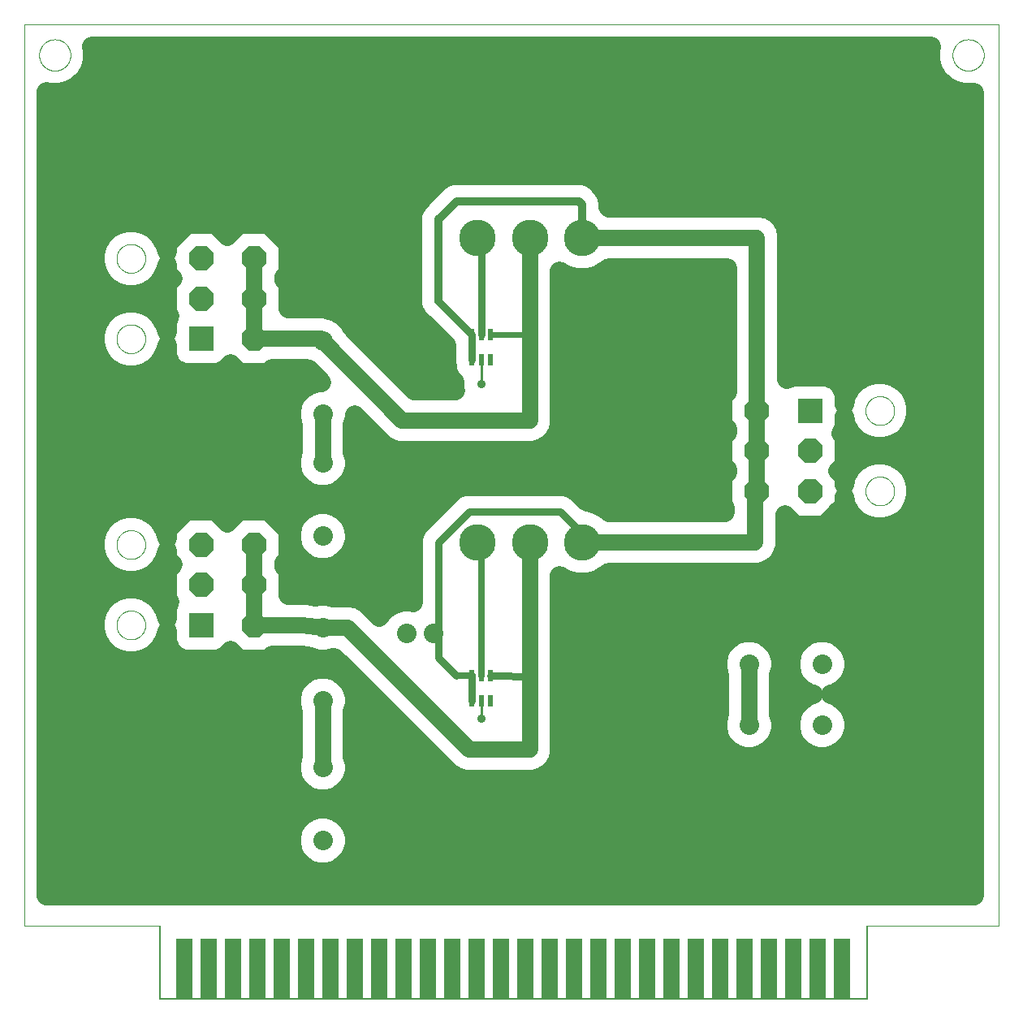
<source format=gtl>
G75*
%MOIN*%
%OFA0B0*%
%FSLAX25Y25*%
%IPPOS*%
%LPD*%
%AMOC8*
5,1,8,0,0,1.08239X$1,22.5*
%
%ADD10C,0.00000*%
%ADD11R,0.02165X0.04724*%
%ADD12C,0.15000*%
%ADD13R,0.06500X0.25000*%
%ADD14C,0.00500*%
%ADD15OC8,0.10000*%
%ADD16R,0.10000X0.10000*%
%ADD17C,0.08000*%
%ADD18C,0.03569*%
%ADD19C,0.01000*%
%ADD20C,0.06600*%
%ADD21C,0.03000*%
%ADD22C,0.02200*%
%ADD23C,0.02400*%
%ADD24C,0.03200*%
%ADD25C,0.02700*%
%ADD26C,0.08000*%
%ADD27C,0.02500*%
D10*
X0001000Y0035000D02*
X0056800Y0035000D01*
X0056800Y0033300D01*
X0001000Y0035000D02*
X0001000Y0405000D01*
X0401000Y0405000D01*
X0401000Y0042400D01*
X0401000Y0035100D01*
X0346900Y0035100D01*
X0401000Y0035000D02*
X0401000Y0035100D01*
X0346334Y0213500D02*
X0346336Y0213653D01*
X0346342Y0213807D01*
X0346352Y0213960D01*
X0346366Y0214112D01*
X0346384Y0214265D01*
X0346406Y0214416D01*
X0346431Y0214567D01*
X0346461Y0214718D01*
X0346495Y0214868D01*
X0346532Y0215016D01*
X0346573Y0215164D01*
X0346618Y0215310D01*
X0346667Y0215456D01*
X0346720Y0215600D01*
X0346776Y0215742D01*
X0346836Y0215883D01*
X0346900Y0216023D01*
X0346967Y0216161D01*
X0347038Y0216297D01*
X0347113Y0216431D01*
X0347190Y0216563D01*
X0347272Y0216693D01*
X0347356Y0216821D01*
X0347444Y0216947D01*
X0347535Y0217070D01*
X0347629Y0217191D01*
X0347727Y0217309D01*
X0347827Y0217425D01*
X0347931Y0217538D01*
X0348037Y0217649D01*
X0348146Y0217757D01*
X0348258Y0217862D01*
X0348372Y0217963D01*
X0348490Y0218062D01*
X0348609Y0218158D01*
X0348731Y0218251D01*
X0348856Y0218340D01*
X0348983Y0218427D01*
X0349112Y0218509D01*
X0349243Y0218589D01*
X0349376Y0218665D01*
X0349511Y0218738D01*
X0349648Y0218807D01*
X0349787Y0218872D01*
X0349927Y0218934D01*
X0350069Y0218992D01*
X0350212Y0219047D01*
X0350357Y0219098D01*
X0350503Y0219145D01*
X0350650Y0219188D01*
X0350798Y0219227D01*
X0350947Y0219263D01*
X0351097Y0219294D01*
X0351248Y0219322D01*
X0351399Y0219346D01*
X0351552Y0219366D01*
X0351704Y0219382D01*
X0351857Y0219394D01*
X0352010Y0219402D01*
X0352163Y0219406D01*
X0352317Y0219406D01*
X0352470Y0219402D01*
X0352623Y0219394D01*
X0352776Y0219382D01*
X0352928Y0219366D01*
X0353081Y0219346D01*
X0353232Y0219322D01*
X0353383Y0219294D01*
X0353533Y0219263D01*
X0353682Y0219227D01*
X0353830Y0219188D01*
X0353977Y0219145D01*
X0354123Y0219098D01*
X0354268Y0219047D01*
X0354411Y0218992D01*
X0354553Y0218934D01*
X0354693Y0218872D01*
X0354832Y0218807D01*
X0354969Y0218738D01*
X0355104Y0218665D01*
X0355237Y0218589D01*
X0355368Y0218509D01*
X0355497Y0218427D01*
X0355624Y0218340D01*
X0355749Y0218251D01*
X0355871Y0218158D01*
X0355990Y0218062D01*
X0356108Y0217963D01*
X0356222Y0217862D01*
X0356334Y0217757D01*
X0356443Y0217649D01*
X0356549Y0217538D01*
X0356653Y0217425D01*
X0356753Y0217309D01*
X0356851Y0217191D01*
X0356945Y0217070D01*
X0357036Y0216947D01*
X0357124Y0216821D01*
X0357208Y0216693D01*
X0357290Y0216563D01*
X0357367Y0216431D01*
X0357442Y0216297D01*
X0357513Y0216161D01*
X0357580Y0216023D01*
X0357644Y0215883D01*
X0357704Y0215742D01*
X0357760Y0215600D01*
X0357813Y0215456D01*
X0357862Y0215310D01*
X0357907Y0215164D01*
X0357948Y0215016D01*
X0357985Y0214868D01*
X0358019Y0214718D01*
X0358049Y0214567D01*
X0358074Y0214416D01*
X0358096Y0214265D01*
X0358114Y0214112D01*
X0358128Y0213960D01*
X0358138Y0213807D01*
X0358144Y0213653D01*
X0358146Y0213500D01*
X0358144Y0213347D01*
X0358138Y0213193D01*
X0358128Y0213040D01*
X0358114Y0212888D01*
X0358096Y0212735D01*
X0358074Y0212584D01*
X0358049Y0212433D01*
X0358019Y0212282D01*
X0357985Y0212132D01*
X0357948Y0211984D01*
X0357907Y0211836D01*
X0357862Y0211690D01*
X0357813Y0211544D01*
X0357760Y0211400D01*
X0357704Y0211258D01*
X0357644Y0211117D01*
X0357580Y0210977D01*
X0357513Y0210839D01*
X0357442Y0210703D01*
X0357367Y0210569D01*
X0357290Y0210437D01*
X0357208Y0210307D01*
X0357124Y0210179D01*
X0357036Y0210053D01*
X0356945Y0209930D01*
X0356851Y0209809D01*
X0356753Y0209691D01*
X0356653Y0209575D01*
X0356549Y0209462D01*
X0356443Y0209351D01*
X0356334Y0209243D01*
X0356222Y0209138D01*
X0356108Y0209037D01*
X0355990Y0208938D01*
X0355871Y0208842D01*
X0355749Y0208749D01*
X0355624Y0208660D01*
X0355497Y0208573D01*
X0355368Y0208491D01*
X0355237Y0208411D01*
X0355104Y0208335D01*
X0354969Y0208262D01*
X0354832Y0208193D01*
X0354693Y0208128D01*
X0354553Y0208066D01*
X0354411Y0208008D01*
X0354268Y0207953D01*
X0354123Y0207902D01*
X0353977Y0207855D01*
X0353830Y0207812D01*
X0353682Y0207773D01*
X0353533Y0207737D01*
X0353383Y0207706D01*
X0353232Y0207678D01*
X0353081Y0207654D01*
X0352928Y0207634D01*
X0352776Y0207618D01*
X0352623Y0207606D01*
X0352470Y0207598D01*
X0352317Y0207594D01*
X0352163Y0207594D01*
X0352010Y0207598D01*
X0351857Y0207606D01*
X0351704Y0207618D01*
X0351552Y0207634D01*
X0351399Y0207654D01*
X0351248Y0207678D01*
X0351097Y0207706D01*
X0350947Y0207737D01*
X0350798Y0207773D01*
X0350650Y0207812D01*
X0350503Y0207855D01*
X0350357Y0207902D01*
X0350212Y0207953D01*
X0350069Y0208008D01*
X0349927Y0208066D01*
X0349787Y0208128D01*
X0349648Y0208193D01*
X0349511Y0208262D01*
X0349376Y0208335D01*
X0349243Y0208411D01*
X0349112Y0208491D01*
X0348983Y0208573D01*
X0348856Y0208660D01*
X0348731Y0208749D01*
X0348609Y0208842D01*
X0348490Y0208938D01*
X0348372Y0209037D01*
X0348258Y0209138D01*
X0348146Y0209243D01*
X0348037Y0209351D01*
X0347931Y0209462D01*
X0347827Y0209575D01*
X0347727Y0209691D01*
X0347629Y0209809D01*
X0347535Y0209930D01*
X0347444Y0210053D01*
X0347356Y0210179D01*
X0347272Y0210307D01*
X0347190Y0210437D01*
X0347113Y0210569D01*
X0347038Y0210703D01*
X0346967Y0210839D01*
X0346900Y0210977D01*
X0346836Y0211117D01*
X0346776Y0211258D01*
X0346720Y0211400D01*
X0346667Y0211544D01*
X0346618Y0211690D01*
X0346573Y0211836D01*
X0346532Y0211984D01*
X0346495Y0212132D01*
X0346461Y0212282D01*
X0346431Y0212433D01*
X0346406Y0212584D01*
X0346384Y0212735D01*
X0346366Y0212888D01*
X0346352Y0213040D01*
X0346342Y0213193D01*
X0346336Y0213347D01*
X0346334Y0213500D01*
X0346334Y0246500D02*
X0346336Y0246653D01*
X0346342Y0246807D01*
X0346352Y0246960D01*
X0346366Y0247112D01*
X0346384Y0247265D01*
X0346406Y0247416D01*
X0346431Y0247567D01*
X0346461Y0247718D01*
X0346495Y0247868D01*
X0346532Y0248016D01*
X0346573Y0248164D01*
X0346618Y0248310D01*
X0346667Y0248456D01*
X0346720Y0248600D01*
X0346776Y0248742D01*
X0346836Y0248883D01*
X0346900Y0249023D01*
X0346967Y0249161D01*
X0347038Y0249297D01*
X0347113Y0249431D01*
X0347190Y0249563D01*
X0347272Y0249693D01*
X0347356Y0249821D01*
X0347444Y0249947D01*
X0347535Y0250070D01*
X0347629Y0250191D01*
X0347727Y0250309D01*
X0347827Y0250425D01*
X0347931Y0250538D01*
X0348037Y0250649D01*
X0348146Y0250757D01*
X0348258Y0250862D01*
X0348372Y0250963D01*
X0348490Y0251062D01*
X0348609Y0251158D01*
X0348731Y0251251D01*
X0348856Y0251340D01*
X0348983Y0251427D01*
X0349112Y0251509D01*
X0349243Y0251589D01*
X0349376Y0251665D01*
X0349511Y0251738D01*
X0349648Y0251807D01*
X0349787Y0251872D01*
X0349927Y0251934D01*
X0350069Y0251992D01*
X0350212Y0252047D01*
X0350357Y0252098D01*
X0350503Y0252145D01*
X0350650Y0252188D01*
X0350798Y0252227D01*
X0350947Y0252263D01*
X0351097Y0252294D01*
X0351248Y0252322D01*
X0351399Y0252346D01*
X0351552Y0252366D01*
X0351704Y0252382D01*
X0351857Y0252394D01*
X0352010Y0252402D01*
X0352163Y0252406D01*
X0352317Y0252406D01*
X0352470Y0252402D01*
X0352623Y0252394D01*
X0352776Y0252382D01*
X0352928Y0252366D01*
X0353081Y0252346D01*
X0353232Y0252322D01*
X0353383Y0252294D01*
X0353533Y0252263D01*
X0353682Y0252227D01*
X0353830Y0252188D01*
X0353977Y0252145D01*
X0354123Y0252098D01*
X0354268Y0252047D01*
X0354411Y0251992D01*
X0354553Y0251934D01*
X0354693Y0251872D01*
X0354832Y0251807D01*
X0354969Y0251738D01*
X0355104Y0251665D01*
X0355237Y0251589D01*
X0355368Y0251509D01*
X0355497Y0251427D01*
X0355624Y0251340D01*
X0355749Y0251251D01*
X0355871Y0251158D01*
X0355990Y0251062D01*
X0356108Y0250963D01*
X0356222Y0250862D01*
X0356334Y0250757D01*
X0356443Y0250649D01*
X0356549Y0250538D01*
X0356653Y0250425D01*
X0356753Y0250309D01*
X0356851Y0250191D01*
X0356945Y0250070D01*
X0357036Y0249947D01*
X0357124Y0249821D01*
X0357208Y0249693D01*
X0357290Y0249563D01*
X0357367Y0249431D01*
X0357442Y0249297D01*
X0357513Y0249161D01*
X0357580Y0249023D01*
X0357644Y0248883D01*
X0357704Y0248742D01*
X0357760Y0248600D01*
X0357813Y0248456D01*
X0357862Y0248310D01*
X0357907Y0248164D01*
X0357948Y0248016D01*
X0357985Y0247868D01*
X0358019Y0247718D01*
X0358049Y0247567D01*
X0358074Y0247416D01*
X0358096Y0247265D01*
X0358114Y0247112D01*
X0358128Y0246960D01*
X0358138Y0246807D01*
X0358144Y0246653D01*
X0358146Y0246500D01*
X0358144Y0246347D01*
X0358138Y0246193D01*
X0358128Y0246040D01*
X0358114Y0245888D01*
X0358096Y0245735D01*
X0358074Y0245584D01*
X0358049Y0245433D01*
X0358019Y0245282D01*
X0357985Y0245132D01*
X0357948Y0244984D01*
X0357907Y0244836D01*
X0357862Y0244690D01*
X0357813Y0244544D01*
X0357760Y0244400D01*
X0357704Y0244258D01*
X0357644Y0244117D01*
X0357580Y0243977D01*
X0357513Y0243839D01*
X0357442Y0243703D01*
X0357367Y0243569D01*
X0357290Y0243437D01*
X0357208Y0243307D01*
X0357124Y0243179D01*
X0357036Y0243053D01*
X0356945Y0242930D01*
X0356851Y0242809D01*
X0356753Y0242691D01*
X0356653Y0242575D01*
X0356549Y0242462D01*
X0356443Y0242351D01*
X0356334Y0242243D01*
X0356222Y0242138D01*
X0356108Y0242037D01*
X0355990Y0241938D01*
X0355871Y0241842D01*
X0355749Y0241749D01*
X0355624Y0241660D01*
X0355497Y0241573D01*
X0355368Y0241491D01*
X0355237Y0241411D01*
X0355104Y0241335D01*
X0354969Y0241262D01*
X0354832Y0241193D01*
X0354693Y0241128D01*
X0354553Y0241066D01*
X0354411Y0241008D01*
X0354268Y0240953D01*
X0354123Y0240902D01*
X0353977Y0240855D01*
X0353830Y0240812D01*
X0353682Y0240773D01*
X0353533Y0240737D01*
X0353383Y0240706D01*
X0353232Y0240678D01*
X0353081Y0240654D01*
X0352928Y0240634D01*
X0352776Y0240618D01*
X0352623Y0240606D01*
X0352470Y0240598D01*
X0352317Y0240594D01*
X0352163Y0240594D01*
X0352010Y0240598D01*
X0351857Y0240606D01*
X0351704Y0240618D01*
X0351552Y0240634D01*
X0351399Y0240654D01*
X0351248Y0240678D01*
X0351097Y0240706D01*
X0350947Y0240737D01*
X0350798Y0240773D01*
X0350650Y0240812D01*
X0350503Y0240855D01*
X0350357Y0240902D01*
X0350212Y0240953D01*
X0350069Y0241008D01*
X0349927Y0241066D01*
X0349787Y0241128D01*
X0349648Y0241193D01*
X0349511Y0241262D01*
X0349376Y0241335D01*
X0349243Y0241411D01*
X0349112Y0241491D01*
X0348983Y0241573D01*
X0348856Y0241660D01*
X0348731Y0241749D01*
X0348609Y0241842D01*
X0348490Y0241938D01*
X0348372Y0242037D01*
X0348258Y0242138D01*
X0348146Y0242243D01*
X0348037Y0242351D01*
X0347931Y0242462D01*
X0347827Y0242575D01*
X0347727Y0242691D01*
X0347629Y0242809D01*
X0347535Y0242930D01*
X0347444Y0243053D01*
X0347356Y0243179D01*
X0347272Y0243307D01*
X0347190Y0243437D01*
X0347113Y0243569D01*
X0347038Y0243703D01*
X0346967Y0243839D01*
X0346900Y0243977D01*
X0346836Y0244117D01*
X0346776Y0244258D01*
X0346720Y0244400D01*
X0346667Y0244544D01*
X0346618Y0244690D01*
X0346573Y0244836D01*
X0346532Y0244984D01*
X0346495Y0245132D01*
X0346461Y0245282D01*
X0346431Y0245433D01*
X0346406Y0245584D01*
X0346384Y0245735D01*
X0346366Y0245888D01*
X0346352Y0246040D01*
X0346342Y0246193D01*
X0346336Y0246347D01*
X0346334Y0246500D01*
X0382075Y0392500D02*
X0382077Y0392660D01*
X0382083Y0392820D01*
X0382093Y0392980D01*
X0382107Y0393140D01*
X0382125Y0393299D01*
X0382147Y0393458D01*
X0382173Y0393616D01*
X0382202Y0393773D01*
X0382236Y0393930D01*
X0382274Y0394085D01*
X0382315Y0394240D01*
X0382360Y0394394D01*
X0382410Y0394546D01*
X0382462Y0394697D01*
X0382519Y0394847D01*
X0382580Y0394996D01*
X0382644Y0395143D01*
X0382711Y0395288D01*
X0382783Y0395431D01*
X0382857Y0395573D01*
X0382936Y0395713D01*
X0383018Y0395850D01*
X0383103Y0395986D01*
X0383191Y0396119D01*
X0383283Y0396251D01*
X0383378Y0396379D01*
X0383477Y0396506D01*
X0383578Y0396630D01*
X0383683Y0396751D01*
X0383790Y0396870D01*
X0383901Y0396986D01*
X0384014Y0397099D01*
X0384130Y0397210D01*
X0384249Y0397317D01*
X0384370Y0397422D01*
X0384494Y0397523D01*
X0384621Y0397622D01*
X0384749Y0397717D01*
X0384881Y0397809D01*
X0385014Y0397897D01*
X0385150Y0397982D01*
X0385288Y0398064D01*
X0385427Y0398143D01*
X0385569Y0398217D01*
X0385712Y0398289D01*
X0385857Y0398356D01*
X0386004Y0398420D01*
X0386153Y0398481D01*
X0386303Y0398538D01*
X0386454Y0398590D01*
X0386606Y0398640D01*
X0386760Y0398685D01*
X0386915Y0398726D01*
X0387070Y0398764D01*
X0387227Y0398798D01*
X0387384Y0398827D01*
X0387542Y0398853D01*
X0387701Y0398875D01*
X0387860Y0398893D01*
X0388020Y0398907D01*
X0388180Y0398917D01*
X0388340Y0398923D01*
X0388500Y0398925D01*
X0388660Y0398923D01*
X0388820Y0398917D01*
X0388980Y0398907D01*
X0389140Y0398893D01*
X0389299Y0398875D01*
X0389458Y0398853D01*
X0389616Y0398827D01*
X0389773Y0398798D01*
X0389930Y0398764D01*
X0390085Y0398726D01*
X0390240Y0398685D01*
X0390394Y0398640D01*
X0390546Y0398590D01*
X0390697Y0398538D01*
X0390847Y0398481D01*
X0390996Y0398420D01*
X0391143Y0398356D01*
X0391288Y0398289D01*
X0391431Y0398217D01*
X0391573Y0398143D01*
X0391713Y0398064D01*
X0391850Y0397982D01*
X0391986Y0397897D01*
X0392119Y0397809D01*
X0392251Y0397717D01*
X0392379Y0397622D01*
X0392506Y0397523D01*
X0392630Y0397422D01*
X0392751Y0397317D01*
X0392870Y0397210D01*
X0392986Y0397099D01*
X0393099Y0396986D01*
X0393210Y0396870D01*
X0393317Y0396751D01*
X0393422Y0396630D01*
X0393523Y0396506D01*
X0393622Y0396379D01*
X0393717Y0396251D01*
X0393809Y0396119D01*
X0393897Y0395986D01*
X0393982Y0395850D01*
X0394064Y0395712D01*
X0394143Y0395573D01*
X0394217Y0395431D01*
X0394289Y0395288D01*
X0394356Y0395143D01*
X0394420Y0394996D01*
X0394481Y0394847D01*
X0394538Y0394697D01*
X0394590Y0394546D01*
X0394640Y0394394D01*
X0394685Y0394240D01*
X0394726Y0394085D01*
X0394764Y0393930D01*
X0394798Y0393773D01*
X0394827Y0393616D01*
X0394853Y0393458D01*
X0394875Y0393299D01*
X0394893Y0393140D01*
X0394907Y0392980D01*
X0394917Y0392820D01*
X0394923Y0392660D01*
X0394925Y0392500D01*
X0394923Y0392340D01*
X0394917Y0392180D01*
X0394907Y0392020D01*
X0394893Y0391860D01*
X0394875Y0391701D01*
X0394853Y0391542D01*
X0394827Y0391384D01*
X0394798Y0391227D01*
X0394764Y0391070D01*
X0394726Y0390915D01*
X0394685Y0390760D01*
X0394640Y0390606D01*
X0394590Y0390454D01*
X0394538Y0390303D01*
X0394481Y0390153D01*
X0394420Y0390004D01*
X0394356Y0389857D01*
X0394289Y0389712D01*
X0394217Y0389569D01*
X0394143Y0389427D01*
X0394064Y0389287D01*
X0393982Y0389150D01*
X0393897Y0389014D01*
X0393809Y0388881D01*
X0393717Y0388749D01*
X0393622Y0388621D01*
X0393523Y0388494D01*
X0393422Y0388370D01*
X0393317Y0388249D01*
X0393210Y0388130D01*
X0393099Y0388014D01*
X0392986Y0387901D01*
X0392870Y0387790D01*
X0392751Y0387683D01*
X0392630Y0387578D01*
X0392506Y0387477D01*
X0392379Y0387378D01*
X0392251Y0387283D01*
X0392119Y0387191D01*
X0391986Y0387103D01*
X0391850Y0387018D01*
X0391712Y0386936D01*
X0391573Y0386857D01*
X0391431Y0386783D01*
X0391288Y0386711D01*
X0391143Y0386644D01*
X0390996Y0386580D01*
X0390847Y0386519D01*
X0390697Y0386462D01*
X0390546Y0386410D01*
X0390394Y0386360D01*
X0390240Y0386315D01*
X0390085Y0386274D01*
X0389930Y0386236D01*
X0389773Y0386202D01*
X0389616Y0386173D01*
X0389458Y0386147D01*
X0389299Y0386125D01*
X0389140Y0386107D01*
X0388980Y0386093D01*
X0388820Y0386083D01*
X0388660Y0386077D01*
X0388500Y0386075D01*
X0388340Y0386077D01*
X0388180Y0386083D01*
X0388020Y0386093D01*
X0387860Y0386107D01*
X0387701Y0386125D01*
X0387542Y0386147D01*
X0387384Y0386173D01*
X0387227Y0386202D01*
X0387070Y0386236D01*
X0386915Y0386274D01*
X0386760Y0386315D01*
X0386606Y0386360D01*
X0386454Y0386410D01*
X0386303Y0386462D01*
X0386153Y0386519D01*
X0386004Y0386580D01*
X0385857Y0386644D01*
X0385712Y0386711D01*
X0385569Y0386783D01*
X0385427Y0386857D01*
X0385287Y0386936D01*
X0385150Y0387018D01*
X0385014Y0387103D01*
X0384881Y0387191D01*
X0384749Y0387283D01*
X0384621Y0387378D01*
X0384494Y0387477D01*
X0384370Y0387578D01*
X0384249Y0387683D01*
X0384130Y0387790D01*
X0384014Y0387901D01*
X0383901Y0388014D01*
X0383790Y0388130D01*
X0383683Y0388249D01*
X0383578Y0388370D01*
X0383477Y0388494D01*
X0383378Y0388621D01*
X0383283Y0388749D01*
X0383191Y0388881D01*
X0383103Y0389014D01*
X0383018Y0389150D01*
X0382936Y0389288D01*
X0382857Y0389427D01*
X0382783Y0389569D01*
X0382711Y0389712D01*
X0382644Y0389857D01*
X0382580Y0390004D01*
X0382519Y0390153D01*
X0382462Y0390303D01*
X0382410Y0390454D01*
X0382360Y0390606D01*
X0382315Y0390760D01*
X0382274Y0390915D01*
X0382236Y0391070D01*
X0382202Y0391227D01*
X0382173Y0391384D01*
X0382147Y0391542D01*
X0382125Y0391701D01*
X0382107Y0391860D01*
X0382093Y0392020D01*
X0382083Y0392180D01*
X0382077Y0392340D01*
X0382075Y0392500D01*
X0038854Y0309000D02*
X0038856Y0309153D01*
X0038862Y0309307D01*
X0038872Y0309460D01*
X0038886Y0309612D01*
X0038904Y0309765D01*
X0038926Y0309916D01*
X0038951Y0310067D01*
X0038981Y0310218D01*
X0039015Y0310368D01*
X0039052Y0310516D01*
X0039093Y0310664D01*
X0039138Y0310810D01*
X0039187Y0310956D01*
X0039240Y0311100D01*
X0039296Y0311242D01*
X0039356Y0311383D01*
X0039420Y0311523D01*
X0039487Y0311661D01*
X0039558Y0311797D01*
X0039633Y0311931D01*
X0039710Y0312063D01*
X0039792Y0312193D01*
X0039876Y0312321D01*
X0039964Y0312447D01*
X0040055Y0312570D01*
X0040149Y0312691D01*
X0040247Y0312809D01*
X0040347Y0312925D01*
X0040451Y0313038D01*
X0040557Y0313149D01*
X0040666Y0313257D01*
X0040778Y0313362D01*
X0040892Y0313463D01*
X0041010Y0313562D01*
X0041129Y0313658D01*
X0041251Y0313751D01*
X0041376Y0313840D01*
X0041503Y0313927D01*
X0041632Y0314009D01*
X0041763Y0314089D01*
X0041896Y0314165D01*
X0042031Y0314238D01*
X0042168Y0314307D01*
X0042307Y0314372D01*
X0042447Y0314434D01*
X0042589Y0314492D01*
X0042732Y0314547D01*
X0042877Y0314598D01*
X0043023Y0314645D01*
X0043170Y0314688D01*
X0043318Y0314727D01*
X0043467Y0314763D01*
X0043617Y0314794D01*
X0043768Y0314822D01*
X0043919Y0314846D01*
X0044072Y0314866D01*
X0044224Y0314882D01*
X0044377Y0314894D01*
X0044530Y0314902D01*
X0044683Y0314906D01*
X0044837Y0314906D01*
X0044990Y0314902D01*
X0045143Y0314894D01*
X0045296Y0314882D01*
X0045448Y0314866D01*
X0045601Y0314846D01*
X0045752Y0314822D01*
X0045903Y0314794D01*
X0046053Y0314763D01*
X0046202Y0314727D01*
X0046350Y0314688D01*
X0046497Y0314645D01*
X0046643Y0314598D01*
X0046788Y0314547D01*
X0046931Y0314492D01*
X0047073Y0314434D01*
X0047213Y0314372D01*
X0047352Y0314307D01*
X0047489Y0314238D01*
X0047624Y0314165D01*
X0047757Y0314089D01*
X0047888Y0314009D01*
X0048017Y0313927D01*
X0048144Y0313840D01*
X0048269Y0313751D01*
X0048391Y0313658D01*
X0048510Y0313562D01*
X0048628Y0313463D01*
X0048742Y0313362D01*
X0048854Y0313257D01*
X0048963Y0313149D01*
X0049069Y0313038D01*
X0049173Y0312925D01*
X0049273Y0312809D01*
X0049371Y0312691D01*
X0049465Y0312570D01*
X0049556Y0312447D01*
X0049644Y0312321D01*
X0049728Y0312193D01*
X0049810Y0312063D01*
X0049887Y0311931D01*
X0049962Y0311797D01*
X0050033Y0311661D01*
X0050100Y0311523D01*
X0050164Y0311383D01*
X0050224Y0311242D01*
X0050280Y0311100D01*
X0050333Y0310956D01*
X0050382Y0310810D01*
X0050427Y0310664D01*
X0050468Y0310516D01*
X0050505Y0310368D01*
X0050539Y0310218D01*
X0050569Y0310067D01*
X0050594Y0309916D01*
X0050616Y0309765D01*
X0050634Y0309612D01*
X0050648Y0309460D01*
X0050658Y0309307D01*
X0050664Y0309153D01*
X0050666Y0309000D01*
X0050664Y0308847D01*
X0050658Y0308693D01*
X0050648Y0308540D01*
X0050634Y0308388D01*
X0050616Y0308235D01*
X0050594Y0308084D01*
X0050569Y0307933D01*
X0050539Y0307782D01*
X0050505Y0307632D01*
X0050468Y0307484D01*
X0050427Y0307336D01*
X0050382Y0307190D01*
X0050333Y0307044D01*
X0050280Y0306900D01*
X0050224Y0306758D01*
X0050164Y0306617D01*
X0050100Y0306477D01*
X0050033Y0306339D01*
X0049962Y0306203D01*
X0049887Y0306069D01*
X0049810Y0305937D01*
X0049728Y0305807D01*
X0049644Y0305679D01*
X0049556Y0305553D01*
X0049465Y0305430D01*
X0049371Y0305309D01*
X0049273Y0305191D01*
X0049173Y0305075D01*
X0049069Y0304962D01*
X0048963Y0304851D01*
X0048854Y0304743D01*
X0048742Y0304638D01*
X0048628Y0304537D01*
X0048510Y0304438D01*
X0048391Y0304342D01*
X0048269Y0304249D01*
X0048144Y0304160D01*
X0048017Y0304073D01*
X0047888Y0303991D01*
X0047757Y0303911D01*
X0047624Y0303835D01*
X0047489Y0303762D01*
X0047352Y0303693D01*
X0047213Y0303628D01*
X0047073Y0303566D01*
X0046931Y0303508D01*
X0046788Y0303453D01*
X0046643Y0303402D01*
X0046497Y0303355D01*
X0046350Y0303312D01*
X0046202Y0303273D01*
X0046053Y0303237D01*
X0045903Y0303206D01*
X0045752Y0303178D01*
X0045601Y0303154D01*
X0045448Y0303134D01*
X0045296Y0303118D01*
X0045143Y0303106D01*
X0044990Y0303098D01*
X0044837Y0303094D01*
X0044683Y0303094D01*
X0044530Y0303098D01*
X0044377Y0303106D01*
X0044224Y0303118D01*
X0044072Y0303134D01*
X0043919Y0303154D01*
X0043768Y0303178D01*
X0043617Y0303206D01*
X0043467Y0303237D01*
X0043318Y0303273D01*
X0043170Y0303312D01*
X0043023Y0303355D01*
X0042877Y0303402D01*
X0042732Y0303453D01*
X0042589Y0303508D01*
X0042447Y0303566D01*
X0042307Y0303628D01*
X0042168Y0303693D01*
X0042031Y0303762D01*
X0041896Y0303835D01*
X0041763Y0303911D01*
X0041632Y0303991D01*
X0041503Y0304073D01*
X0041376Y0304160D01*
X0041251Y0304249D01*
X0041129Y0304342D01*
X0041010Y0304438D01*
X0040892Y0304537D01*
X0040778Y0304638D01*
X0040666Y0304743D01*
X0040557Y0304851D01*
X0040451Y0304962D01*
X0040347Y0305075D01*
X0040247Y0305191D01*
X0040149Y0305309D01*
X0040055Y0305430D01*
X0039964Y0305553D01*
X0039876Y0305679D01*
X0039792Y0305807D01*
X0039710Y0305937D01*
X0039633Y0306069D01*
X0039558Y0306203D01*
X0039487Y0306339D01*
X0039420Y0306477D01*
X0039356Y0306617D01*
X0039296Y0306758D01*
X0039240Y0306900D01*
X0039187Y0307044D01*
X0039138Y0307190D01*
X0039093Y0307336D01*
X0039052Y0307484D01*
X0039015Y0307632D01*
X0038981Y0307782D01*
X0038951Y0307933D01*
X0038926Y0308084D01*
X0038904Y0308235D01*
X0038886Y0308388D01*
X0038872Y0308540D01*
X0038862Y0308693D01*
X0038856Y0308847D01*
X0038854Y0309000D01*
X0038854Y0276000D02*
X0038856Y0276153D01*
X0038862Y0276307D01*
X0038872Y0276460D01*
X0038886Y0276612D01*
X0038904Y0276765D01*
X0038926Y0276916D01*
X0038951Y0277067D01*
X0038981Y0277218D01*
X0039015Y0277368D01*
X0039052Y0277516D01*
X0039093Y0277664D01*
X0039138Y0277810D01*
X0039187Y0277956D01*
X0039240Y0278100D01*
X0039296Y0278242D01*
X0039356Y0278383D01*
X0039420Y0278523D01*
X0039487Y0278661D01*
X0039558Y0278797D01*
X0039633Y0278931D01*
X0039710Y0279063D01*
X0039792Y0279193D01*
X0039876Y0279321D01*
X0039964Y0279447D01*
X0040055Y0279570D01*
X0040149Y0279691D01*
X0040247Y0279809D01*
X0040347Y0279925D01*
X0040451Y0280038D01*
X0040557Y0280149D01*
X0040666Y0280257D01*
X0040778Y0280362D01*
X0040892Y0280463D01*
X0041010Y0280562D01*
X0041129Y0280658D01*
X0041251Y0280751D01*
X0041376Y0280840D01*
X0041503Y0280927D01*
X0041632Y0281009D01*
X0041763Y0281089D01*
X0041896Y0281165D01*
X0042031Y0281238D01*
X0042168Y0281307D01*
X0042307Y0281372D01*
X0042447Y0281434D01*
X0042589Y0281492D01*
X0042732Y0281547D01*
X0042877Y0281598D01*
X0043023Y0281645D01*
X0043170Y0281688D01*
X0043318Y0281727D01*
X0043467Y0281763D01*
X0043617Y0281794D01*
X0043768Y0281822D01*
X0043919Y0281846D01*
X0044072Y0281866D01*
X0044224Y0281882D01*
X0044377Y0281894D01*
X0044530Y0281902D01*
X0044683Y0281906D01*
X0044837Y0281906D01*
X0044990Y0281902D01*
X0045143Y0281894D01*
X0045296Y0281882D01*
X0045448Y0281866D01*
X0045601Y0281846D01*
X0045752Y0281822D01*
X0045903Y0281794D01*
X0046053Y0281763D01*
X0046202Y0281727D01*
X0046350Y0281688D01*
X0046497Y0281645D01*
X0046643Y0281598D01*
X0046788Y0281547D01*
X0046931Y0281492D01*
X0047073Y0281434D01*
X0047213Y0281372D01*
X0047352Y0281307D01*
X0047489Y0281238D01*
X0047624Y0281165D01*
X0047757Y0281089D01*
X0047888Y0281009D01*
X0048017Y0280927D01*
X0048144Y0280840D01*
X0048269Y0280751D01*
X0048391Y0280658D01*
X0048510Y0280562D01*
X0048628Y0280463D01*
X0048742Y0280362D01*
X0048854Y0280257D01*
X0048963Y0280149D01*
X0049069Y0280038D01*
X0049173Y0279925D01*
X0049273Y0279809D01*
X0049371Y0279691D01*
X0049465Y0279570D01*
X0049556Y0279447D01*
X0049644Y0279321D01*
X0049728Y0279193D01*
X0049810Y0279063D01*
X0049887Y0278931D01*
X0049962Y0278797D01*
X0050033Y0278661D01*
X0050100Y0278523D01*
X0050164Y0278383D01*
X0050224Y0278242D01*
X0050280Y0278100D01*
X0050333Y0277956D01*
X0050382Y0277810D01*
X0050427Y0277664D01*
X0050468Y0277516D01*
X0050505Y0277368D01*
X0050539Y0277218D01*
X0050569Y0277067D01*
X0050594Y0276916D01*
X0050616Y0276765D01*
X0050634Y0276612D01*
X0050648Y0276460D01*
X0050658Y0276307D01*
X0050664Y0276153D01*
X0050666Y0276000D01*
X0050664Y0275847D01*
X0050658Y0275693D01*
X0050648Y0275540D01*
X0050634Y0275388D01*
X0050616Y0275235D01*
X0050594Y0275084D01*
X0050569Y0274933D01*
X0050539Y0274782D01*
X0050505Y0274632D01*
X0050468Y0274484D01*
X0050427Y0274336D01*
X0050382Y0274190D01*
X0050333Y0274044D01*
X0050280Y0273900D01*
X0050224Y0273758D01*
X0050164Y0273617D01*
X0050100Y0273477D01*
X0050033Y0273339D01*
X0049962Y0273203D01*
X0049887Y0273069D01*
X0049810Y0272937D01*
X0049728Y0272807D01*
X0049644Y0272679D01*
X0049556Y0272553D01*
X0049465Y0272430D01*
X0049371Y0272309D01*
X0049273Y0272191D01*
X0049173Y0272075D01*
X0049069Y0271962D01*
X0048963Y0271851D01*
X0048854Y0271743D01*
X0048742Y0271638D01*
X0048628Y0271537D01*
X0048510Y0271438D01*
X0048391Y0271342D01*
X0048269Y0271249D01*
X0048144Y0271160D01*
X0048017Y0271073D01*
X0047888Y0270991D01*
X0047757Y0270911D01*
X0047624Y0270835D01*
X0047489Y0270762D01*
X0047352Y0270693D01*
X0047213Y0270628D01*
X0047073Y0270566D01*
X0046931Y0270508D01*
X0046788Y0270453D01*
X0046643Y0270402D01*
X0046497Y0270355D01*
X0046350Y0270312D01*
X0046202Y0270273D01*
X0046053Y0270237D01*
X0045903Y0270206D01*
X0045752Y0270178D01*
X0045601Y0270154D01*
X0045448Y0270134D01*
X0045296Y0270118D01*
X0045143Y0270106D01*
X0044990Y0270098D01*
X0044837Y0270094D01*
X0044683Y0270094D01*
X0044530Y0270098D01*
X0044377Y0270106D01*
X0044224Y0270118D01*
X0044072Y0270134D01*
X0043919Y0270154D01*
X0043768Y0270178D01*
X0043617Y0270206D01*
X0043467Y0270237D01*
X0043318Y0270273D01*
X0043170Y0270312D01*
X0043023Y0270355D01*
X0042877Y0270402D01*
X0042732Y0270453D01*
X0042589Y0270508D01*
X0042447Y0270566D01*
X0042307Y0270628D01*
X0042168Y0270693D01*
X0042031Y0270762D01*
X0041896Y0270835D01*
X0041763Y0270911D01*
X0041632Y0270991D01*
X0041503Y0271073D01*
X0041376Y0271160D01*
X0041251Y0271249D01*
X0041129Y0271342D01*
X0041010Y0271438D01*
X0040892Y0271537D01*
X0040778Y0271638D01*
X0040666Y0271743D01*
X0040557Y0271851D01*
X0040451Y0271962D01*
X0040347Y0272075D01*
X0040247Y0272191D01*
X0040149Y0272309D01*
X0040055Y0272430D01*
X0039964Y0272553D01*
X0039876Y0272679D01*
X0039792Y0272807D01*
X0039710Y0272937D01*
X0039633Y0273069D01*
X0039558Y0273203D01*
X0039487Y0273339D01*
X0039420Y0273477D01*
X0039356Y0273617D01*
X0039296Y0273758D01*
X0039240Y0273900D01*
X0039187Y0274044D01*
X0039138Y0274190D01*
X0039093Y0274336D01*
X0039052Y0274484D01*
X0039015Y0274632D01*
X0038981Y0274782D01*
X0038951Y0274933D01*
X0038926Y0275084D01*
X0038904Y0275235D01*
X0038886Y0275388D01*
X0038872Y0275540D01*
X0038862Y0275693D01*
X0038856Y0275847D01*
X0038854Y0276000D01*
X0038854Y0191500D02*
X0038856Y0191653D01*
X0038862Y0191807D01*
X0038872Y0191960D01*
X0038886Y0192112D01*
X0038904Y0192265D01*
X0038926Y0192416D01*
X0038951Y0192567D01*
X0038981Y0192718D01*
X0039015Y0192868D01*
X0039052Y0193016D01*
X0039093Y0193164D01*
X0039138Y0193310D01*
X0039187Y0193456D01*
X0039240Y0193600D01*
X0039296Y0193742D01*
X0039356Y0193883D01*
X0039420Y0194023D01*
X0039487Y0194161D01*
X0039558Y0194297D01*
X0039633Y0194431D01*
X0039710Y0194563D01*
X0039792Y0194693D01*
X0039876Y0194821D01*
X0039964Y0194947D01*
X0040055Y0195070D01*
X0040149Y0195191D01*
X0040247Y0195309D01*
X0040347Y0195425D01*
X0040451Y0195538D01*
X0040557Y0195649D01*
X0040666Y0195757D01*
X0040778Y0195862D01*
X0040892Y0195963D01*
X0041010Y0196062D01*
X0041129Y0196158D01*
X0041251Y0196251D01*
X0041376Y0196340D01*
X0041503Y0196427D01*
X0041632Y0196509D01*
X0041763Y0196589D01*
X0041896Y0196665D01*
X0042031Y0196738D01*
X0042168Y0196807D01*
X0042307Y0196872D01*
X0042447Y0196934D01*
X0042589Y0196992D01*
X0042732Y0197047D01*
X0042877Y0197098D01*
X0043023Y0197145D01*
X0043170Y0197188D01*
X0043318Y0197227D01*
X0043467Y0197263D01*
X0043617Y0197294D01*
X0043768Y0197322D01*
X0043919Y0197346D01*
X0044072Y0197366D01*
X0044224Y0197382D01*
X0044377Y0197394D01*
X0044530Y0197402D01*
X0044683Y0197406D01*
X0044837Y0197406D01*
X0044990Y0197402D01*
X0045143Y0197394D01*
X0045296Y0197382D01*
X0045448Y0197366D01*
X0045601Y0197346D01*
X0045752Y0197322D01*
X0045903Y0197294D01*
X0046053Y0197263D01*
X0046202Y0197227D01*
X0046350Y0197188D01*
X0046497Y0197145D01*
X0046643Y0197098D01*
X0046788Y0197047D01*
X0046931Y0196992D01*
X0047073Y0196934D01*
X0047213Y0196872D01*
X0047352Y0196807D01*
X0047489Y0196738D01*
X0047624Y0196665D01*
X0047757Y0196589D01*
X0047888Y0196509D01*
X0048017Y0196427D01*
X0048144Y0196340D01*
X0048269Y0196251D01*
X0048391Y0196158D01*
X0048510Y0196062D01*
X0048628Y0195963D01*
X0048742Y0195862D01*
X0048854Y0195757D01*
X0048963Y0195649D01*
X0049069Y0195538D01*
X0049173Y0195425D01*
X0049273Y0195309D01*
X0049371Y0195191D01*
X0049465Y0195070D01*
X0049556Y0194947D01*
X0049644Y0194821D01*
X0049728Y0194693D01*
X0049810Y0194563D01*
X0049887Y0194431D01*
X0049962Y0194297D01*
X0050033Y0194161D01*
X0050100Y0194023D01*
X0050164Y0193883D01*
X0050224Y0193742D01*
X0050280Y0193600D01*
X0050333Y0193456D01*
X0050382Y0193310D01*
X0050427Y0193164D01*
X0050468Y0193016D01*
X0050505Y0192868D01*
X0050539Y0192718D01*
X0050569Y0192567D01*
X0050594Y0192416D01*
X0050616Y0192265D01*
X0050634Y0192112D01*
X0050648Y0191960D01*
X0050658Y0191807D01*
X0050664Y0191653D01*
X0050666Y0191500D01*
X0050664Y0191347D01*
X0050658Y0191193D01*
X0050648Y0191040D01*
X0050634Y0190888D01*
X0050616Y0190735D01*
X0050594Y0190584D01*
X0050569Y0190433D01*
X0050539Y0190282D01*
X0050505Y0190132D01*
X0050468Y0189984D01*
X0050427Y0189836D01*
X0050382Y0189690D01*
X0050333Y0189544D01*
X0050280Y0189400D01*
X0050224Y0189258D01*
X0050164Y0189117D01*
X0050100Y0188977D01*
X0050033Y0188839D01*
X0049962Y0188703D01*
X0049887Y0188569D01*
X0049810Y0188437D01*
X0049728Y0188307D01*
X0049644Y0188179D01*
X0049556Y0188053D01*
X0049465Y0187930D01*
X0049371Y0187809D01*
X0049273Y0187691D01*
X0049173Y0187575D01*
X0049069Y0187462D01*
X0048963Y0187351D01*
X0048854Y0187243D01*
X0048742Y0187138D01*
X0048628Y0187037D01*
X0048510Y0186938D01*
X0048391Y0186842D01*
X0048269Y0186749D01*
X0048144Y0186660D01*
X0048017Y0186573D01*
X0047888Y0186491D01*
X0047757Y0186411D01*
X0047624Y0186335D01*
X0047489Y0186262D01*
X0047352Y0186193D01*
X0047213Y0186128D01*
X0047073Y0186066D01*
X0046931Y0186008D01*
X0046788Y0185953D01*
X0046643Y0185902D01*
X0046497Y0185855D01*
X0046350Y0185812D01*
X0046202Y0185773D01*
X0046053Y0185737D01*
X0045903Y0185706D01*
X0045752Y0185678D01*
X0045601Y0185654D01*
X0045448Y0185634D01*
X0045296Y0185618D01*
X0045143Y0185606D01*
X0044990Y0185598D01*
X0044837Y0185594D01*
X0044683Y0185594D01*
X0044530Y0185598D01*
X0044377Y0185606D01*
X0044224Y0185618D01*
X0044072Y0185634D01*
X0043919Y0185654D01*
X0043768Y0185678D01*
X0043617Y0185706D01*
X0043467Y0185737D01*
X0043318Y0185773D01*
X0043170Y0185812D01*
X0043023Y0185855D01*
X0042877Y0185902D01*
X0042732Y0185953D01*
X0042589Y0186008D01*
X0042447Y0186066D01*
X0042307Y0186128D01*
X0042168Y0186193D01*
X0042031Y0186262D01*
X0041896Y0186335D01*
X0041763Y0186411D01*
X0041632Y0186491D01*
X0041503Y0186573D01*
X0041376Y0186660D01*
X0041251Y0186749D01*
X0041129Y0186842D01*
X0041010Y0186938D01*
X0040892Y0187037D01*
X0040778Y0187138D01*
X0040666Y0187243D01*
X0040557Y0187351D01*
X0040451Y0187462D01*
X0040347Y0187575D01*
X0040247Y0187691D01*
X0040149Y0187809D01*
X0040055Y0187930D01*
X0039964Y0188053D01*
X0039876Y0188179D01*
X0039792Y0188307D01*
X0039710Y0188437D01*
X0039633Y0188569D01*
X0039558Y0188703D01*
X0039487Y0188839D01*
X0039420Y0188977D01*
X0039356Y0189117D01*
X0039296Y0189258D01*
X0039240Y0189400D01*
X0039187Y0189544D01*
X0039138Y0189690D01*
X0039093Y0189836D01*
X0039052Y0189984D01*
X0039015Y0190132D01*
X0038981Y0190282D01*
X0038951Y0190433D01*
X0038926Y0190584D01*
X0038904Y0190735D01*
X0038886Y0190888D01*
X0038872Y0191040D01*
X0038862Y0191193D01*
X0038856Y0191347D01*
X0038854Y0191500D01*
X0038854Y0158500D02*
X0038856Y0158653D01*
X0038862Y0158807D01*
X0038872Y0158960D01*
X0038886Y0159112D01*
X0038904Y0159265D01*
X0038926Y0159416D01*
X0038951Y0159567D01*
X0038981Y0159718D01*
X0039015Y0159868D01*
X0039052Y0160016D01*
X0039093Y0160164D01*
X0039138Y0160310D01*
X0039187Y0160456D01*
X0039240Y0160600D01*
X0039296Y0160742D01*
X0039356Y0160883D01*
X0039420Y0161023D01*
X0039487Y0161161D01*
X0039558Y0161297D01*
X0039633Y0161431D01*
X0039710Y0161563D01*
X0039792Y0161693D01*
X0039876Y0161821D01*
X0039964Y0161947D01*
X0040055Y0162070D01*
X0040149Y0162191D01*
X0040247Y0162309D01*
X0040347Y0162425D01*
X0040451Y0162538D01*
X0040557Y0162649D01*
X0040666Y0162757D01*
X0040778Y0162862D01*
X0040892Y0162963D01*
X0041010Y0163062D01*
X0041129Y0163158D01*
X0041251Y0163251D01*
X0041376Y0163340D01*
X0041503Y0163427D01*
X0041632Y0163509D01*
X0041763Y0163589D01*
X0041896Y0163665D01*
X0042031Y0163738D01*
X0042168Y0163807D01*
X0042307Y0163872D01*
X0042447Y0163934D01*
X0042589Y0163992D01*
X0042732Y0164047D01*
X0042877Y0164098D01*
X0043023Y0164145D01*
X0043170Y0164188D01*
X0043318Y0164227D01*
X0043467Y0164263D01*
X0043617Y0164294D01*
X0043768Y0164322D01*
X0043919Y0164346D01*
X0044072Y0164366D01*
X0044224Y0164382D01*
X0044377Y0164394D01*
X0044530Y0164402D01*
X0044683Y0164406D01*
X0044837Y0164406D01*
X0044990Y0164402D01*
X0045143Y0164394D01*
X0045296Y0164382D01*
X0045448Y0164366D01*
X0045601Y0164346D01*
X0045752Y0164322D01*
X0045903Y0164294D01*
X0046053Y0164263D01*
X0046202Y0164227D01*
X0046350Y0164188D01*
X0046497Y0164145D01*
X0046643Y0164098D01*
X0046788Y0164047D01*
X0046931Y0163992D01*
X0047073Y0163934D01*
X0047213Y0163872D01*
X0047352Y0163807D01*
X0047489Y0163738D01*
X0047624Y0163665D01*
X0047757Y0163589D01*
X0047888Y0163509D01*
X0048017Y0163427D01*
X0048144Y0163340D01*
X0048269Y0163251D01*
X0048391Y0163158D01*
X0048510Y0163062D01*
X0048628Y0162963D01*
X0048742Y0162862D01*
X0048854Y0162757D01*
X0048963Y0162649D01*
X0049069Y0162538D01*
X0049173Y0162425D01*
X0049273Y0162309D01*
X0049371Y0162191D01*
X0049465Y0162070D01*
X0049556Y0161947D01*
X0049644Y0161821D01*
X0049728Y0161693D01*
X0049810Y0161563D01*
X0049887Y0161431D01*
X0049962Y0161297D01*
X0050033Y0161161D01*
X0050100Y0161023D01*
X0050164Y0160883D01*
X0050224Y0160742D01*
X0050280Y0160600D01*
X0050333Y0160456D01*
X0050382Y0160310D01*
X0050427Y0160164D01*
X0050468Y0160016D01*
X0050505Y0159868D01*
X0050539Y0159718D01*
X0050569Y0159567D01*
X0050594Y0159416D01*
X0050616Y0159265D01*
X0050634Y0159112D01*
X0050648Y0158960D01*
X0050658Y0158807D01*
X0050664Y0158653D01*
X0050666Y0158500D01*
X0050664Y0158347D01*
X0050658Y0158193D01*
X0050648Y0158040D01*
X0050634Y0157888D01*
X0050616Y0157735D01*
X0050594Y0157584D01*
X0050569Y0157433D01*
X0050539Y0157282D01*
X0050505Y0157132D01*
X0050468Y0156984D01*
X0050427Y0156836D01*
X0050382Y0156690D01*
X0050333Y0156544D01*
X0050280Y0156400D01*
X0050224Y0156258D01*
X0050164Y0156117D01*
X0050100Y0155977D01*
X0050033Y0155839D01*
X0049962Y0155703D01*
X0049887Y0155569D01*
X0049810Y0155437D01*
X0049728Y0155307D01*
X0049644Y0155179D01*
X0049556Y0155053D01*
X0049465Y0154930D01*
X0049371Y0154809D01*
X0049273Y0154691D01*
X0049173Y0154575D01*
X0049069Y0154462D01*
X0048963Y0154351D01*
X0048854Y0154243D01*
X0048742Y0154138D01*
X0048628Y0154037D01*
X0048510Y0153938D01*
X0048391Y0153842D01*
X0048269Y0153749D01*
X0048144Y0153660D01*
X0048017Y0153573D01*
X0047888Y0153491D01*
X0047757Y0153411D01*
X0047624Y0153335D01*
X0047489Y0153262D01*
X0047352Y0153193D01*
X0047213Y0153128D01*
X0047073Y0153066D01*
X0046931Y0153008D01*
X0046788Y0152953D01*
X0046643Y0152902D01*
X0046497Y0152855D01*
X0046350Y0152812D01*
X0046202Y0152773D01*
X0046053Y0152737D01*
X0045903Y0152706D01*
X0045752Y0152678D01*
X0045601Y0152654D01*
X0045448Y0152634D01*
X0045296Y0152618D01*
X0045143Y0152606D01*
X0044990Y0152598D01*
X0044837Y0152594D01*
X0044683Y0152594D01*
X0044530Y0152598D01*
X0044377Y0152606D01*
X0044224Y0152618D01*
X0044072Y0152634D01*
X0043919Y0152654D01*
X0043768Y0152678D01*
X0043617Y0152706D01*
X0043467Y0152737D01*
X0043318Y0152773D01*
X0043170Y0152812D01*
X0043023Y0152855D01*
X0042877Y0152902D01*
X0042732Y0152953D01*
X0042589Y0153008D01*
X0042447Y0153066D01*
X0042307Y0153128D01*
X0042168Y0153193D01*
X0042031Y0153262D01*
X0041896Y0153335D01*
X0041763Y0153411D01*
X0041632Y0153491D01*
X0041503Y0153573D01*
X0041376Y0153660D01*
X0041251Y0153749D01*
X0041129Y0153842D01*
X0041010Y0153938D01*
X0040892Y0154037D01*
X0040778Y0154138D01*
X0040666Y0154243D01*
X0040557Y0154351D01*
X0040451Y0154462D01*
X0040347Y0154575D01*
X0040247Y0154691D01*
X0040149Y0154809D01*
X0040055Y0154930D01*
X0039964Y0155053D01*
X0039876Y0155179D01*
X0039792Y0155307D01*
X0039710Y0155437D01*
X0039633Y0155569D01*
X0039558Y0155703D01*
X0039487Y0155839D01*
X0039420Y0155977D01*
X0039356Y0156117D01*
X0039296Y0156258D01*
X0039240Y0156400D01*
X0039187Y0156544D01*
X0039138Y0156690D01*
X0039093Y0156836D01*
X0039052Y0156984D01*
X0039015Y0157132D01*
X0038981Y0157282D01*
X0038951Y0157433D01*
X0038926Y0157584D01*
X0038904Y0157735D01*
X0038886Y0157888D01*
X0038872Y0158040D01*
X0038862Y0158193D01*
X0038856Y0158347D01*
X0038854Y0158500D01*
X0007075Y0392500D02*
X0007077Y0392660D01*
X0007083Y0392820D01*
X0007093Y0392980D01*
X0007107Y0393140D01*
X0007125Y0393299D01*
X0007147Y0393458D01*
X0007173Y0393616D01*
X0007202Y0393773D01*
X0007236Y0393930D01*
X0007274Y0394085D01*
X0007315Y0394240D01*
X0007360Y0394394D01*
X0007410Y0394546D01*
X0007462Y0394697D01*
X0007519Y0394847D01*
X0007580Y0394996D01*
X0007644Y0395143D01*
X0007711Y0395288D01*
X0007783Y0395431D01*
X0007857Y0395573D01*
X0007936Y0395713D01*
X0008018Y0395850D01*
X0008103Y0395986D01*
X0008191Y0396119D01*
X0008283Y0396251D01*
X0008378Y0396379D01*
X0008477Y0396506D01*
X0008578Y0396630D01*
X0008683Y0396751D01*
X0008790Y0396870D01*
X0008901Y0396986D01*
X0009014Y0397099D01*
X0009130Y0397210D01*
X0009249Y0397317D01*
X0009370Y0397422D01*
X0009494Y0397523D01*
X0009621Y0397622D01*
X0009749Y0397717D01*
X0009881Y0397809D01*
X0010014Y0397897D01*
X0010150Y0397982D01*
X0010288Y0398064D01*
X0010427Y0398143D01*
X0010569Y0398217D01*
X0010712Y0398289D01*
X0010857Y0398356D01*
X0011004Y0398420D01*
X0011153Y0398481D01*
X0011303Y0398538D01*
X0011454Y0398590D01*
X0011606Y0398640D01*
X0011760Y0398685D01*
X0011915Y0398726D01*
X0012070Y0398764D01*
X0012227Y0398798D01*
X0012384Y0398827D01*
X0012542Y0398853D01*
X0012701Y0398875D01*
X0012860Y0398893D01*
X0013020Y0398907D01*
X0013180Y0398917D01*
X0013340Y0398923D01*
X0013500Y0398925D01*
X0013660Y0398923D01*
X0013820Y0398917D01*
X0013980Y0398907D01*
X0014140Y0398893D01*
X0014299Y0398875D01*
X0014458Y0398853D01*
X0014616Y0398827D01*
X0014773Y0398798D01*
X0014930Y0398764D01*
X0015085Y0398726D01*
X0015240Y0398685D01*
X0015394Y0398640D01*
X0015546Y0398590D01*
X0015697Y0398538D01*
X0015847Y0398481D01*
X0015996Y0398420D01*
X0016143Y0398356D01*
X0016288Y0398289D01*
X0016431Y0398217D01*
X0016573Y0398143D01*
X0016713Y0398064D01*
X0016850Y0397982D01*
X0016986Y0397897D01*
X0017119Y0397809D01*
X0017251Y0397717D01*
X0017379Y0397622D01*
X0017506Y0397523D01*
X0017630Y0397422D01*
X0017751Y0397317D01*
X0017870Y0397210D01*
X0017986Y0397099D01*
X0018099Y0396986D01*
X0018210Y0396870D01*
X0018317Y0396751D01*
X0018422Y0396630D01*
X0018523Y0396506D01*
X0018622Y0396379D01*
X0018717Y0396251D01*
X0018809Y0396119D01*
X0018897Y0395986D01*
X0018982Y0395850D01*
X0019064Y0395712D01*
X0019143Y0395573D01*
X0019217Y0395431D01*
X0019289Y0395288D01*
X0019356Y0395143D01*
X0019420Y0394996D01*
X0019481Y0394847D01*
X0019538Y0394697D01*
X0019590Y0394546D01*
X0019640Y0394394D01*
X0019685Y0394240D01*
X0019726Y0394085D01*
X0019764Y0393930D01*
X0019798Y0393773D01*
X0019827Y0393616D01*
X0019853Y0393458D01*
X0019875Y0393299D01*
X0019893Y0393140D01*
X0019907Y0392980D01*
X0019917Y0392820D01*
X0019923Y0392660D01*
X0019925Y0392500D01*
X0019923Y0392340D01*
X0019917Y0392180D01*
X0019907Y0392020D01*
X0019893Y0391860D01*
X0019875Y0391701D01*
X0019853Y0391542D01*
X0019827Y0391384D01*
X0019798Y0391227D01*
X0019764Y0391070D01*
X0019726Y0390915D01*
X0019685Y0390760D01*
X0019640Y0390606D01*
X0019590Y0390454D01*
X0019538Y0390303D01*
X0019481Y0390153D01*
X0019420Y0390004D01*
X0019356Y0389857D01*
X0019289Y0389712D01*
X0019217Y0389569D01*
X0019143Y0389427D01*
X0019064Y0389287D01*
X0018982Y0389150D01*
X0018897Y0389014D01*
X0018809Y0388881D01*
X0018717Y0388749D01*
X0018622Y0388621D01*
X0018523Y0388494D01*
X0018422Y0388370D01*
X0018317Y0388249D01*
X0018210Y0388130D01*
X0018099Y0388014D01*
X0017986Y0387901D01*
X0017870Y0387790D01*
X0017751Y0387683D01*
X0017630Y0387578D01*
X0017506Y0387477D01*
X0017379Y0387378D01*
X0017251Y0387283D01*
X0017119Y0387191D01*
X0016986Y0387103D01*
X0016850Y0387018D01*
X0016712Y0386936D01*
X0016573Y0386857D01*
X0016431Y0386783D01*
X0016288Y0386711D01*
X0016143Y0386644D01*
X0015996Y0386580D01*
X0015847Y0386519D01*
X0015697Y0386462D01*
X0015546Y0386410D01*
X0015394Y0386360D01*
X0015240Y0386315D01*
X0015085Y0386274D01*
X0014930Y0386236D01*
X0014773Y0386202D01*
X0014616Y0386173D01*
X0014458Y0386147D01*
X0014299Y0386125D01*
X0014140Y0386107D01*
X0013980Y0386093D01*
X0013820Y0386083D01*
X0013660Y0386077D01*
X0013500Y0386075D01*
X0013340Y0386077D01*
X0013180Y0386083D01*
X0013020Y0386093D01*
X0012860Y0386107D01*
X0012701Y0386125D01*
X0012542Y0386147D01*
X0012384Y0386173D01*
X0012227Y0386202D01*
X0012070Y0386236D01*
X0011915Y0386274D01*
X0011760Y0386315D01*
X0011606Y0386360D01*
X0011454Y0386410D01*
X0011303Y0386462D01*
X0011153Y0386519D01*
X0011004Y0386580D01*
X0010857Y0386644D01*
X0010712Y0386711D01*
X0010569Y0386783D01*
X0010427Y0386857D01*
X0010287Y0386936D01*
X0010150Y0387018D01*
X0010014Y0387103D01*
X0009881Y0387191D01*
X0009749Y0387283D01*
X0009621Y0387378D01*
X0009494Y0387477D01*
X0009370Y0387578D01*
X0009249Y0387683D01*
X0009130Y0387790D01*
X0009014Y0387901D01*
X0008901Y0388014D01*
X0008790Y0388130D01*
X0008683Y0388249D01*
X0008578Y0388370D01*
X0008477Y0388494D01*
X0008378Y0388621D01*
X0008283Y0388749D01*
X0008191Y0388881D01*
X0008103Y0389014D01*
X0008018Y0389150D01*
X0007936Y0389288D01*
X0007857Y0389427D01*
X0007783Y0389569D01*
X0007711Y0389712D01*
X0007644Y0389857D01*
X0007580Y0390004D01*
X0007519Y0390153D01*
X0007462Y0390303D01*
X0007410Y0390454D01*
X0007360Y0390606D01*
X0007315Y0390760D01*
X0007274Y0390915D01*
X0007236Y0391070D01*
X0007202Y0391227D01*
X0007173Y0391384D01*
X0007147Y0391542D01*
X0007125Y0391701D01*
X0007107Y0391860D01*
X0007093Y0392020D01*
X0007083Y0392180D01*
X0007077Y0392340D01*
X0007075Y0392500D01*
D11*
X0184760Y0277619D03*
X0188500Y0277619D03*
X0192240Y0277619D03*
X0192240Y0267381D03*
X0188500Y0267381D03*
X0184760Y0267381D03*
X0184760Y0137619D03*
X0188500Y0137619D03*
X0192240Y0137619D03*
X0192240Y0127381D03*
X0188500Y0127381D03*
X0184760Y0127381D03*
D12*
X0187000Y0192500D03*
X0208500Y0192500D03*
X0230000Y0192500D03*
X0230000Y0317500D03*
X0208500Y0317500D03*
X0187000Y0317500D03*
D13*
X0186750Y0017500D03*
X0196750Y0017500D03*
X0206750Y0017500D03*
X0216750Y0017500D03*
X0226750Y0017500D03*
X0236750Y0017500D03*
X0246750Y0017500D03*
X0256750Y0017500D03*
X0266750Y0017500D03*
X0276750Y0017500D03*
X0286750Y0017500D03*
X0296750Y0017500D03*
X0306750Y0017500D03*
X0316750Y0017500D03*
X0326750Y0017500D03*
X0336750Y0017500D03*
X0176750Y0017500D03*
X0166750Y0017500D03*
X0156750Y0017500D03*
X0146750Y0017500D03*
X0136750Y0017500D03*
X0126750Y0017500D03*
X0116750Y0017500D03*
X0106750Y0017500D03*
X0096750Y0017500D03*
X0086750Y0017500D03*
X0076750Y0017500D03*
X0066750Y0017500D03*
D14*
X0056750Y0005000D02*
X0056750Y0035000D01*
X0056750Y0005000D02*
X0346750Y0005000D01*
X0347025Y0005000D02*
X0347025Y0035000D01*
D15*
X0323500Y0213500D03*
X0323500Y0230000D03*
X0301800Y0230000D03*
X0301800Y0213500D03*
X0301800Y0246500D03*
X0095200Y0276000D03*
X0095200Y0292500D03*
X0095200Y0309000D03*
X0073500Y0309000D03*
X0073500Y0292500D03*
X0073500Y0191500D03*
X0073500Y0175000D03*
X0095200Y0175000D03*
X0095200Y0158500D03*
X0095200Y0191500D03*
D16*
X0073500Y0158500D03*
X0073500Y0276000D03*
X0323500Y0246500D03*
D17*
X0328500Y0142500D03*
X0328500Y0117500D03*
X0298500Y0117500D03*
X0298500Y0142500D03*
X0169000Y0155000D03*
X0158000Y0155000D03*
X0123500Y0157500D03*
X0123500Y0127500D03*
X0123500Y0100000D03*
X0123500Y0070000D03*
X0123500Y0195000D03*
X0123500Y0225000D03*
X0123500Y0245000D03*
X0123500Y0275000D03*
D18*
X0188500Y0257500D03*
X0188500Y0120000D03*
D19*
X0188500Y0127381D01*
X0188500Y0190000D02*
X0187000Y0191500D01*
X0187000Y0192500D01*
X0188500Y0257500D02*
X0188500Y0267381D01*
D20*
X0208500Y0275000D02*
X0208500Y0242500D01*
X0156000Y0242500D01*
X0123500Y0275000D01*
X0122500Y0276000D01*
X0095200Y0276000D01*
X0095200Y0292500D01*
X0095200Y0309000D01*
X0123500Y0245000D02*
X0123500Y0225000D01*
X0095200Y0191500D02*
X0095200Y0175000D01*
X0095200Y0158500D01*
X0115000Y0158500D01*
X0123500Y0157500D01*
X0133500Y0157500D01*
X0183500Y0107500D01*
X0208500Y0107500D01*
X0208500Y0137500D01*
X0208500Y0192500D01*
X0230000Y0192500D02*
X0301000Y0192500D01*
X0301000Y0213500D01*
X0301800Y0213500D01*
X0301800Y0230000D01*
X0301800Y0246500D01*
X0301800Y0317500D01*
X0230000Y0317500D01*
X0208500Y0317500D02*
X0208500Y0275000D01*
X0298500Y0142500D02*
X0298500Y0117500D01*
X0123500Y0127500D02*
X0123500Y0100000D01*
D21*
X0171000Y0145000D02*
X0171000Y0155000D01*
X0169000Y0155000D01*
X0171000Y0155000D02*
X0171000Y0192500D01*
X0183500Y0205000D01*
X0221000Y0205000D01*
X0230000Y0196000D01*
X0230000Y0192500D01*
X0208500Y0137500D02*
X0193619Y0137619D01*
X0192240Y0137619D01*
X0184760Y0137619D02*
X0184760Y0127381D01*
X0178381Y0137619D02*
X0171000Y0145000D01*
X0184760Y0267381D02*
X0184760Y0277619D01*
X0171000Y0291378D01*
X0188500Y0277619D02*
X0188500Y0316000D01*
D22*
X0192240Y0277619D02*
X0208500Y0277619D01*
X0192359Y0277500D02*
X0192240Y0277619D01*
D23*
X0208500Y0277619D02*
X0208500Y0275000D01*
D24*
X0171000Y0291378D02*
X0171000Y0325000D01*
X0178500Y0332500D01*
X0228500Y0332500D01*
X0230000Y0331000D01*
X0230000Y0317500D01*
X0188500Y0316000D02*
X0187000Y0317500D01*
X0184760Y0137619D02*
X0184760Y0137500D01*
D25*
X0184760Y0137619D02*
X0178381Y0137619D01*
D26*
X0156626Y0116979D02*
X0135800Y0116979D01*
X0135800Y0123176D02*
X0136500Y0125789D01*
X0136500Y0129211D01*
X0135614Y0132518D01*
X0133903Y0135482D01*
X0131482Y0137903D01*
X0128518Y0139614D01*
X0125211Y0140500D01*
X0121789Y0140500D01*
X0118482Y0139614D01*
X0115518Y0137903D01*
X0113097Y0135482D01*
X0111386Y0132518D01*
X0110500Y0129211D01*
X0110500Y0125789D01*
X0111200Y0123176D01*
X0111200Y0104324D01*
X0110500Y0101711D01*
X0110500Y0098289D01*
X0111386Y0094982D01*
X0113097Y0092018D01*
X0115518Y0089597D01*
X0118482Y0087886D01*
X0121789Y0087000D01*
X0125211Y0087000D01*
X0128518Y0087886D01*
X0131482Y0089597D01*
X0133903Y0092018D01*
X0135614Y0094982D01*
X0136500Y0098289D01*
X0136500Y0101711D01*
X0135800Y0104324D01*
X0135800Y0123176D01*
X0136283Y0124978D02*
X0148627Y0124978D01*
X0140629Y0132976D02*
X0135349Y0132976D01*
X0132630Y0140975D02*
X0010000Y0140975D01*
X0010000Y0148973D02*
X0033207Y0148973D01*
X0032832Y0149348D02*
X0035608Y0146573D01*
X0039007Y0144610D01*
X0042797Y0143594D01*
X0046722Y0143594D01*
X0050513Y0144610D01*
X0053912Y0146573D01*
X0056687Y0149348D01*
X0058650Y0152747D01*
X0059500Y0155921D01*
X0059500Y0151710D01*
X0060870Y0148402D01*
X0063402Y0145870D01*
X0066710Y0144500D01*
X0080290Y0144500D01*
X0083598Y0145870D01*
X0085814Y0148087D01*
X0089401Y0144500D01*
X0100999Y0144500D01*
X0102699Y0146200D01*
X0114279Y0146200D01*
X0117787Y0145787D01*
X0118482Y0145386D01*
X0121789Y0144500D01*
X0125211Y0144500D01*
X0127824Y0145200D01*
X0128405Y0145200D01*
X0173658Y0099948D01*
X0173658Y0099948D01*
X0175948Y0097658D01*
X0178752Y0096038D01*
X0181881Y0095200D01*
X0210119Y0095200D01*
X0213248Y0096038D01*
X0216052Y0097658D01*
X0218342Y0099948D01*
X0219962Y0102752D01*
X0220800Y0105881D01*
X0220800Y0178759D01*
X0223631Y0177124D01*
X0227828Y0176000D01*
X0232172Y0176000D01*
X0236369Y0177124D01*
X0240131Y0179297D01*
X0241035Y0180200D01*
X0302619Y0180200D01*
X0305748Y0181038D01*
X0308552Y0182658D01*
X0310842Y0184948D01*
X0312462Y0187752D01*
X0313300Y0190881D01*
X0313300Y0203901D01*
X0317701Y0199500D01*
X0329299Y0199500D01*
X0337500Y0207701D01*
X0337500Y0210921D01*
X0338350Y0207747D01*
X0340313Y0204348D01*
X0343088Y0201573D01*
X0346487Y0199610D01*
X0350278Y0198594D01*
X0354203Y0198594D01*
X0357993Y0199610D01*
X0361392Y0201573D01*
X0364168Y0204348D01*
X0366130Y0207747D01*
X0367146Y0211538D01*
X0367146Y0215462D01*
X0366130Y0219253D01*
X0364168Y0222652D01*
X0361392Y0225427D01*
X0357993Y0227390D01*
X0354203Y0228405D01*
X0350278Y0228405D01*
X0346487Y0227390D01*
X0343088Y0225427D01*
X0340313Y0222652D01*
X0338350Y0219253D01*
X0337500Y0216079D01*
X0337500Y0219299D01*
X0335049Y0221750D01*
X0337500Y0224201D01*
X0337500Y0235799D01*
X0336355Y0236944D01*
X0337500Y0239710D01*
X0337500Y0243921D01*
X0338350Y0240747D01*
X0340313Y0237348D01*
X0343088Y0234573D01*
X0346487Y0232610D01*
X0350278Y0231594D01*
X0354203Y0231594D01*
X0357993Y0232610D01*
X0361392Y0234573D01*
X0364168Y0237348D01*
X0366130Y0240747D01*
X0367146Y0244538D01*
X0367146Y0248462D01*
X0366130Y0252253D01*
X0364168Y0255652D01*
X0361392Y0258427D01*
X0357993Y0260390D01*
X0354203Y0261405D01*
X0350278Y0261405D01*
X0346487Y0260390D01*
X0343088Y0258427D01*
X0340313Y0255652D01*
X0338350Y0252253D01*
X0337500Y0249079D01*
X0337500Y0253290D01*
X0336130Y0256598D01*
X0333598Y0259130D01*
X0330290Y0260500D01*
X0316710Y0260500D01*
X0314100Y0259419D01*
X0314100Y0319119D01*
X0313262Y0322248D01*
X0311642Y0325052D01*
X0309352Y0327342D01*
X0306548Y0328962D01*
X0303419Y0329800D01*
X0241035Y0329800D01*
X0240600Y0330235D01*
X0240600Y0332396D01*
X0239878Y0335091D01*
X0238482Y0337509D01*
X0236982Y0339009D01*
X0235009Y0340982D01*
X0232591Y0342378D01*
X0229896Y0343100D01*
X0177104Y0343100D01*
X0174409Y0342378D01*
X0171991Y0340982D01*
X0164491Y0333482D01*
X0162518Y0331509D01*
X0161122Y0329091D01*
X0160400Y0326396D01*
X0160400Y0289983D01*
X0161122Y0287287D01*
X0162518Y0284870D01*
X0164491Y0282896D01*
X0164826Y0282703D01*
X0174260Y0273269D01*
X0174260Y0265999D01*
X0174677Y0264442D01*
X0174677Y0263229D01*
X0176047Y0259921D01*
X0177716Y0258253D01*
X0177716Y0256080D01*
X0178059Y0254800D01*
X0161095Y0254800D01*
X0135255Y0280640D01*
X0133903Y0282982D01*
X0131482Y0285403D01*
X0128518Y0287114D01*
X0127271Y0287448D01*
X0127248Y0287462D01*
X0124119Y0288300D01*
X0109200Y0288300D01*
X0109200Y0298299D01*
X0107500Y0299999D01*
X0107500Y0301501D01*
X0109200Y0303201D01*
X0109200Y0314799D01*
X0100999Y0323000D01*
X0089401Y0323000D01*
X0084350Y0317949D01*
X0079299Y0323000D01*
X0067701Y0323000D01*
X0059500Y0314799D01*
X0059500Y0311579D01*
X0058650Y0314753D01*
X0056687Y0318152D01*
X0053912Y0320927D01*
X0050513Y0322890D01*
X0046722Y0323905D01*
X0042797Y0323905D01*
X0039007Y0322890D01*
X0035608Y0320927D01*
X0032832Y0318152D01*
X0030870Y0314753D01*
X0029854Y0310962D01*
X0029854Y0307038D01*
X0030870Y0303247D01*
X0032832Y0299848D01*
X0035608Y0297073D01*
X0039007Y0295110D01*
X0042797Y0294094D01*
X0046722Y0294094D01*
X0050513Y0295110D01*
X0053912Y0297073D01*
X0056687Y0299848D01*
X0058650Y0303247D01*
X0059500Y0306421D01*
X0059500Y0303201D01*
X0061951Y0300750D01*
X0059500Y0298299D01*
X0059500Y0286701D01*
X0060645Y0285556D01*
X0059500Y0282790D01*
X0059500Y0278579D01*
X0058650Y0281753D01*
X0056687Y0285152D01*
X0053912Y0287927D01*
X0050513Y0289890D01*
X0046722Y0290905D01*
X0042797Y0290905D01*
X0039007Y0289890D01*
X0035608Y0287927D01*
X0032832Y0285152D01*
X0030870Y0281753D01*
X0029854Y0277962D01*
X0029854Y0274038D01*
X0030870Y0270247D01*
X0032832Y0266848D01*
X0035608Y0264073D01*
X0039007Y0262110D01*
X0042797Y0261094D01*
X0046722Y0261094D01*
X0050513Y0262110D01*
X0053912Y0264073D01*
X0056687Y0266848D01*
X0058650Y0270247D01*
X0059500Y0273421D01*
X0059500Y0269210D01*
X0060870Y0265902D01*
X0063402Y0263370D01*
X0066710Y0262000D01*
X0080290Y0262000D01*
X0083598Y0263370D01*
X0085814Y0265587D01*
X0089401Y0262000D01*
X0100999Y0262000D01*
X0102699Y0263700D01*
X0117072Y0263700D01*
X0117860Y0263245D01*
X0123105Y0258000D01*
X0121789Y0258000D01*
X0118482Y0257114D01*
X0115518Y0255403D01*
X0113097Y0252982D01*
X0111386Y0250018D01*
X0110500Y0246711D01*
X0110500Y0243289D01*
X0111200Y0240676D01*
X0111200Y0229324D01*
X0110500Y0226711D01*
X0110500Y0223289D01*
X0111386Y0219982D01*
X0113097Y0217018D01*
X0115518Y0214597D01*
X0118482Y0212886D01*
X0121789Y0212000D01*
X0125211Y0212000D01*
X0128518Y0212886D01*
X0131482Y0214597D01*
X0133903Y0217018D01*
X0135614Y0219982D01*
X0136500Y0223289D01*
X0136500Y0226711D01*
X0135800Y0229324D01*
X0135800Y0240676D01*
X0136500Y0243289D01*
X0136500Y0244605D01*
X0148448Y0232658D01*
X0151252Y0231038D01*
X0154381Y0230200D01*
X0210119Y0230200D01*
X0213248Y0231038D01*
X0216052Y0232658D01*
X0218342Y0234948D01*
X0219962Y0237752D01*
X0220800Y0240881D01*
X0220800Y0303759D01*
X0223631Y0302124D01*
X0227828Y0301000D01*
X0232172Y0301000D01*
X0236369Y0302124D01*
X0240131Y0304297D01*
X0241035Y0305200D01*
X0289500Y0305200D01*
X0289500Y0253999D01*
X0287800Y0252299D01*
X0287800Y0240701D01*
X0289500Y0239001D01*
X0289500Y0237499D01*
X0287800Y0235799D01*
X0287800Y0224201D01*
X0289500Y0222501D01*
X0289500Y0220999D01*
X0287800Y0219299D01*
X0287800Y0207701D01*
X0288700Y0206801D01*
X0288700Y0204800D01*
X0241035Y0204800D01*
X0240131Y0205703D01*
X0236369Y0207876D01*
X0232172Y0209000D01*
X0231849Y0209000D01*
X0229402Y0211447D01*
X0227447Y0213402D01*
X0225053Y0214784D01*
X0222382Y0215500D01*
X0182118Y0215500D01*
X0179447Y0214784D01*
X0177053Y0213402D01*
X0164553Y0200902D01*
X0162598Y0198947D01*
X0161216Y0196553D01*
X0160500Y0193882D01*
X0160500Y0167789D01*
X0159711Y0168000D01*
X0156289Y0168000D01*
X0152982Y0167114D01*
X0150018Y0165403D01*
X0147597Y0162982D01*
X0146798Y0161597D01*
X0141052Y0167342D01*
X0138248Y0168962D01*
X0135119Y0169800D01*
X0127824Y0169800D01*
X0125211Y0170500D01*
X0121789Y0170500D01*
X0120715Y0170212D01*
X0117322Y0170612D01*
X0116619Y0170800D01*
X0115721Y0170800D01*
X0114829Y0170905D01*
X0114109Y0170800D01*
X0109200Y0170800D01*
X0109200Y0180799D01*
X0107500Y0182499D01*
X0107500Y0184001D01*
X0109200Y0185701D01*
X0109200Y0197299D01*
X0100999Y0205500D01*
X0089401Y0205500D01*
X0084350Y0200449D01*
X0079299Y0205500D01*
X0067701Y0205500D01*
X0059500Y0197299D01*
X0059500Y0194079D01*
X0058650Y0197253D01*
X0056687Y0200652D01*
X0053912Y0203427D01*
X0050513Y0205390D01*
X0046722Y0206405D01*
X0042797Y0206405D01*
X0039007Y0205390D01*
X0035608Y0203427D01*
X0032832Y0200652D01*
X0030870Y0197253D01*
X0029854Y0193462D01*
X0029854Y0189538D01*
X0030870Y0185747D01*
X0032832Y0182348D01*
X0035608Y0179573D01*
X0039007Y0177610D01*
X0042797Y0176594D01*
X0046722Y0176594D01*
X0050513Y0177610D01*
X0053912Y0179573D01*
X0056687Y0182348D01*
X0058650Y0185747D01*
X0059500Y0188921D01*
X0059500Y0185701D01*
X0061951Y0183250D01*
X0059500Y0180799D01*
X0059500Y0169201D01*
X0060645Y0168056D01*
X0059500Y0165290D01*
X0059500Y0161079D01*
X0058650Y0164253D01*
X0056687Y0167652D01*
X0053912Y0170427D01*
X0050513Y0172390D01*
X0046722Y0173405D01*
X0042797Y0173405D01*
X0039007Y0172390D01*
X0035608Y0170427D01*
X0032832Y0167652D01*
X0030870Y0164253D01*
X0029854Y0160462D01*
X0029854Y0156538D01*
X0030870Y0152747D01*
X0032832Y0149348D01*
X0029854Y0156972D02*
X0010000Y0156972D01*
X0010000Y0164970D02*
X0031284Y0164970D01*
X0041167Y0172969D02*
X0010000Y0172969D01*
X0010000Y0180967D02*
X0034213Y0180967D01*
X0030008Y0188966D02*
X0010000Y0188966D01*
X0010000Y0196964D02*
X0030793Y0196964D01*
X0038267Y0204963D02*
X0010000Y0204963D01*
X0010000Y0212961D02*
X0118352Y0212961D01*
X0118482Y0207114D02*
X0115518Y0205403D01*
X0113097Y0202982D01*
X0111386Y0200018D01*
X0110500Y0196711D01*
X0110500Y0193289D01*
X0111386Y0189982D01*
X0113097Y0187018D01*
X0115518Y0184597D01*
X0118482Y0182886D01*
X0121789Y0182000D01*
X0125211Y0182000D01*
X0128518Y0182886D01*
X0131482Y0184597D01*
X0133903Y0187018D01*
X0135614Y0189982D01*
X0136500Y0193289D01*
X0136500Y0196711D01*
X0135614Y0200018D01*
X0133903Y0202982D01*
X0131482Y0205403D01*
X0128518Y0207114D01*
X0125211Y0208000D01*
X0121789Y0208000D01*
X0118482Y0207114D01*
X0115078Y0204963D02*
X0101536Y0204963D01*
X0109200Y0196964D02*
X0110568Y0196964D01*
X0109200Y0188966D02*
X0111973Y0188966D01*
X0109032Y0180967D02*
X0160500Y0180967D01*
X0160500Y0172969D02*
X0109200Y0172969D01*
X0135027Y0188966D02*
X0160500Y0188966D01*
X0161453Y0196964D02*
X0136432Y0196964D01*
X0131922Y0204963D02*
X0168614Y0204963D01*
X0176612Y0212961D02*
X0128648Y0212961D01*
X0135876Y0220960D02*
X0289461Y0220960D01*
X0287800Y0228958D02*
X0135898Y0228958D01*
X0135800Y0236957D02*
X0144148Y0236957D01*
X0154942Y0260952D02*
X0175620Y0260952D01*
X0174260Y0268951D02*
X0146944Y0268951D01*
X0138945Y0276949D02*
X0170580Y0276949D01*
X0162473Y0284948D02*
X0131937Y0284948D01*
X0109200Y0292946D02*
X0160400Y0292946D01*
X0160400Y0300945D02*
X0107500Y0300945D01*
X0109200Y0308943D02*
X0160400Y0308943D01*
X0160400Y0316942D02*
X0107057Y0316942D01*
X0061643Y0316942D02*
X0057386Y0316942D01*
X0057321Y0300945D02*
X0061756Y0300945D01*
X0059500Y0292946D02*
X0010000Y0292946D01*
X0010000Y0284948D02*
X0032715Y0284948D01*
X0029854Y0276949D02*
X0010000Y0276949D01*
X0010000Y0268951D02*
X0031618Y0268951D01*
X0010000Y0260952D02*
X0120153Y0260952D01*
X0113081Y0252954D02*
X0010000Y0252954D01*
X0010000Y0244955D02*
X0110500Y0244955D01*
X0111200Y0236957D02*
X0010000Y0236957D01*
X0010000Y0228958D02*
X0111102Y0228958D01*
X0111124Y0220960D02*
X0010000Y0220960D01*
X0051253Y0204963D02*
X0067164Y0204963D01*
X0059500Y0196964D02*
X0058727Y0196964D01*
X0059668Y0180967D02*
X0055307Y0180967D01*
X0059500Y0172969D02*
X0048352Y0172969D01*
X0058236Y0164970D02*
X0059500Y0164970D01*
X0060634Y0148973D02*
X0056313Y0148973D01*
X0010000Y0132976D02*
X0111651Y0132976D01*
X0110717Y0124978D02*
X0010000Y0124978D01*
X0010000Y0116979D02*
X0111200Y0116979D01*
X0111200Y0108981D02*
X0010000Y0108981D01*
X0010000Y0100982D02*
X0110500Y0100982D01*
X0112540Y0092984D02*
X0010000Y0092984D01*
X0010000Y0084985D02*
X0391000Y0084985D01*
X0391000Y0076987D02*
X0134477Y0076987D01*
X0133903Y0077982D02*
X0135614Y0075018D01*
X0136500Y0071711D01*
X0136500Y0068289D01*
X0135614Y0064982D01*
X0133903Y0062018D01*
X0131482Y0059597D01*
X0128518Y0057886D01*
X0125211Y0057000D01*
X0121789Y0057000D01*
X0118482Y0057886D01*
X0115518Y0059597D01*
X0113097Y0062018D01*
X0111386Y0064982D01*
X0110500Y0068289D01*
X0110500Y0071711D01*
X0111386Y0075018D01*
X0113097Y0077982D01*
X0115518Y0080403D01*
X0118482Y0082114D01*
X0121789Y0083000D01*
X0125211Y0083000D01*
X0128518Y0082114D01*
X0131482Y0080403D01*
X0133903Y0077982D01*
X0136500Y0068988D02*
X0391000Y0068988D01*
X0391000Y0060990D02*
X0132874Y0060990D01*
X0114126Y0060990D02*
X0010000Y0060990D01*
X0010000Y0068988D02*
X0110500Y0068988D01*
X0112523Y0076987D02*
X0010000Y0076987D01*
X0010000Y0052991D02*
X0391000Y0052991D01*
X0391000Y0047500D02*
X0391000Y0377201D01*
X0390531Y0377075D01*
X0386469Y0377075D01*
X0382546Y0378126D01*
X0379029Y0380157D01*
X0376157Y0383029D01*
X0374126Y0386546D01*
X0373075Y0390469D01*
X0373075Y0394531D01*
X0373469Y0396000D01*
X0028531Y0396000D01*
X0028925Y0394531D01*
X0028925Y0390469D01*
X0027874Y0386546D01*
X0025843Y0383029D01*
X0022971Y0380157D01*
X0019454Y0378126D01*
X0015531Y0377075D01*
X0011469Y0377075D01*
X0010000Y0377469D01*
X0010000Y0047500D01*
X0391000Y0047500D01*
X0391000Y0092984D02*
X0134460Y0092984D01*
X0136500Y0100982D02*
X0172623Y0100982D01*
X0164625Y0108981D02*
X0135800Y0108981D01*
X0143425Y0164970D02*
X0149585Y0164970D01*
X0088864Y0204963D02*
X0079836Y0204963D01*
X0059607Y0268951D02*
X0057901Y0268951D01*
X0056805Y0284948D02*
X0060394Y0284948D01*
X0032199Y0300945D02*
X0010000Y0300945D01*
X0010000Y0308943D02*
X0029854Y0308943D01*
X0032134Y0316942D02*
X0010000Y0316942D01*
X0010000Y0324940D02*
X0160400Y0324940D01*
X0163948Y0332939D02*
X0010000Y0332939D01*
X0010000Y0340937D02*
X0171947Y0340937D01*
X0220800Y0300945D02*
X0289500Y0300945D01*
X0289500Y0292946D02*
X0220800Y0292946D01*
X0220800Y0284948D02*
X0289500Y0284948D01*
X0289500Y0276949D02*
X0220800Y0276949D01*
X0220800Y0268951D02*
X0289500Y0268951D01*
X0289500Y0260952D02*
X0220800Y0260952D01*
X0220800Y0252954D02*
X0288455Y0252954D01*
X0287800Y0244955D02*
X0220800Y0244955D01*
X0219502Y0236957D02*
X0288958Y0236957D01*
X0287800Y0212961D02*
X0227888Y0212961D01*
X0240872Y0204963D02*
X0288700Y0204963D01*
X0313300Y0196964D02*
X0391000Y0196964D01*
X0391000Y0188966D02*
X0312787Y0188966D01*
X0305483Y0180967D02*
X0391000Y0180967D01*
X0391000Y0172969D02*
X0220800Y0172969D01*
X0220800Y0164970D02*
X0391000Y0164970D01*
X0391000Y0156972D02*
X0220800Y0156972D01*
X0220800Y0148973D02*
X0287226Y0148973D01*
X0286386Y0147518D02*
X0285500Y0144211D01*
X0285500Y0140789D01*
X0286200Y0138176D01*
X0286200Y0121824D01*
X0285500Y0119211D01*
X0285500Y0115789D01*
X0286386Y0112482D01*
X0288097Y0109518D01*
X0290518Y0107097D01*
X0293482Y0105386D01*
X0296789Y0104500D01*
X0300211Y0104500D01*
X0303518Y0105386D01*
X0306482Y0107097D01*
X0308903Y0109518D01*
X0310614Y0112482D01*
X0311500Y0115789D01*
X0311500Y0119211D01*
X0310800Y0121824D01*
X0310800Y0138176D01*
X0311500Y0140789D01*
X0311500Y0144211D01*
X0310614Y0147518D01*
X0308903Y0150482D01*
X0306482Y0152903D01*
X0303518Y0154614D01*
X0300211Y0155500D01*
X0296789Y0155500D01*
X0293482Y0154614D01*
X0290518Y0152903D01*
X0288097Y0150482D01*
X0286386Y0147518D01*
X0285500Y0140975D02*
X0220800Y0140975D01*
X0220800Y0132976D02*
X0286200Y0132976D01*
X0286200Y0124978D02*
X0220800Y0124978D01*
X0220800Y0116979D02*
X0285500Y0116979D01*
X0288635Y0108981D02*
X0220800Y0108981D01*
X0218940Y0100982D02*
X0391000Y0100982D01*
X0391000Y0108981D02*
X0338365Y0108981D01*
X0338903Y0109518D02*
X0340614Y0112482D01*
X0341500Y0115789D01*
X0341500Y0119211D01*
X0340614Y0122518D01*
X0338903Y0125482D01*
X0336482Y0127903D01*
X0333518Y0129614D01*
X0332077Y0130000D01*
X0333518Y0130386D01*
X0336482Y0132097D01*
X0338903Y0134518D01*
X0340614Y0137482D01*
X0341500Y0140789D01*
X0341500Y0144211D01*
X0340614Y0147518D01*
X0338903Y0150482D01*
X0336482Y0152903D01*
X0333518Y0154614D01*
X0330211Y0155500D01*
X0326789Y0155500D01*
X0323482Y0154614D01*
X0320518Y0152903D01*
X0318097Y0150482D01*
X0316386Y0147518D01*
X0315500Y0144211D01*
X0315500Y0140789D01*
X0316386Y0137482D01*
X0318097Y0134518D01*
X0320518Y0132097D01*
X0323482Y0130386D01*
X0324923Y0130000D01*
X0323482Y0129614D01*
X0320518Y0127903D01*
X0318097Y0125482D01*
X0316386Y0122518D01*
X0315500Y0119211D01*
X0315500Y0115789D01*
X0316386Y0112482D01*
X0318097Y0109518D01*
X0320518Y0107097D01*
X0323482Y0105386D01*
X0326789Y0104500D01*
X0330211Y0104500D01*
X0333518Y0105386D01*
X0336482Y0107097D01*
X0338903Y0109518D01*
X0341500Y0116979D02*
X0391000Y0116979D01*
X0391000Y0124978D02*
X0339194Y0124978D01*
X0337361Y0132976D02*
X0391000Y0132976D01*
X0391000Y0140975D02*
X0341500Y0140975D01*
X0339774Y0148973D02*
X0391000Y0148973D01*
X0391000Y0204963D02*
X0364523Y0204963D01*
X0367146Y0212961D02*
X0391000Y0212961D01*
X0391000Y0220960D02*
X0365145Y0220960D01*
X0363777Y0236957D02*
X0391000Y0236957D01*
X0391000Y0244955D02*
X0367146Y0244955D01*
X0365725Y0252954D02*
X0391000Y0252954D01*
X0391000Y0260952D02*
X0355894Y0260952D01*
X0348587Y0260952D02*
X0314100Y0260952D01*
X0314100Y0268951D02*
X0391000Y0268951D01*
X0391000Y0276949D02*
X0314100Y0276949D01*
X0314100Y0284948D02*
X0391000Y0284948D01*
X0391000Y0292946D02*
X0314100Y0292946D01*
X0314100Y0300945D02*
X0391000Y0300945D01*
X0391000Y0308943D02*
X0314100Y0308943D01*
X0314100Y0316942D02*
X0391000Y0316942D01*
X0391000Y0324940D02*
X0311707Y0324940D01*
X0373488Y0388929D02*
X0028512Y0388929D01*
X0023744Y0380930D02*
X0378256Y0380930D01*
X0391000Y0372932D02*
X0010000Y0372932D01*
X0010000Y0364933D02*
X0391000Y0364933D01*
X0391000Y0356934D02*
X0010000Y0356934D01*
X0010000Y0348936D02*
X0391000Y0348936D01*
X0391000Y0340937D02*
X0235053Y0340937D01*
X0240454Y0332939D02*
X0391000Y0332939D01*
X0338755Y0252954D02*
X0337500Y0252954D01*
X0336360Y0236957D02*
X0340704Y0236957D01*
X0337500Y0228958D02*
X0391000Y0228958D01*
X0339336Y0220960D02*
X0335839Y0220960D01*
X0334762Y0204963D02*
X0339958Y0204963D01*
X0317226Y0148973D02*
X0309774Y0148973D01*
X0311500Y0140975D02*
X0315500Y0140975D01*
X0319639Y0132976D02*
X0310800Y0132976D01*
X0310800Y0124978D02*
X0317806Y0124978D01*
X0315500Y0116979D02*
X0311500Y0116979D01*
X0308365Y0108981D02*
X0318635Y0108981D01*
D27*
X0188500Y0137619D02*
X0188500Y0190000D01*
M02*

</source>
